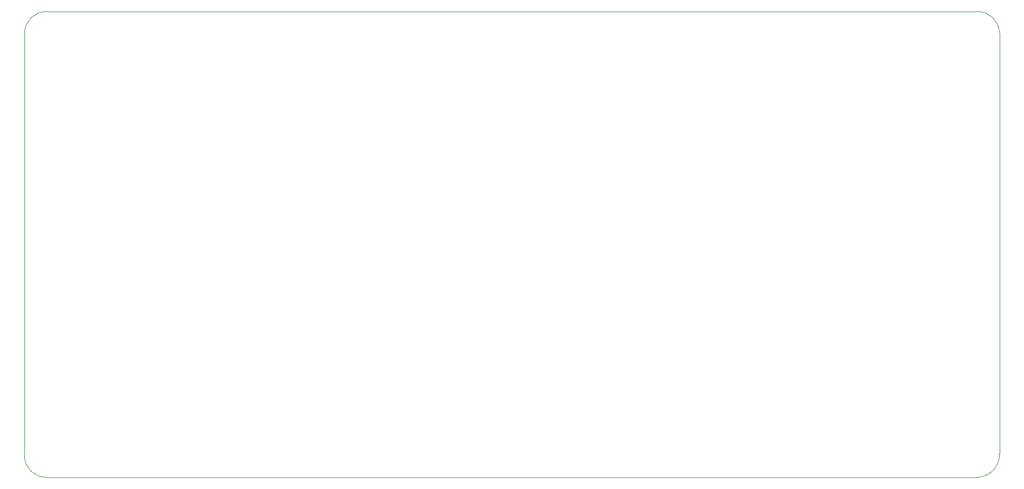
<source format=gbr>
%TF.GenerationSoftware,Altium Limited,Altium Designer,21.2.2 (38)*%
G04 Layer_Color=0*
%FSLAX26Y26*%
%MOIN*%
%TF.SameCoordinates,77551777-079B-400F-9D4E-00EB0A9A3649*%
%TF.FilePolarity,Positive*%
%TF.FileFunction,Profile,NP*%
%TF.Part,Single*%
G01*
G75*
%TA.AperFunction,Profile*%
%ADD79C,0.001000*%
D79*
X2040000Y2120000D02*
Y4675000D01*
D02*
G02*
X2175000Y4805000I132500J-2500D01*
G01*
X7780000D01*
D02*
G02*
X7915000Y4675000I2500J-132500D01*
G01*
Y2135000D01*
D02*
G02*
X7780000Y1995000I-137500J-2500D01*
G01*
X2175000D01*
D02*
G02*
X2040000Y2120000I-5000J130000D01*
G01*
%TF.MD5,803490046f5f8b8fd91d309f56583fbf*%
M02*

</source>
